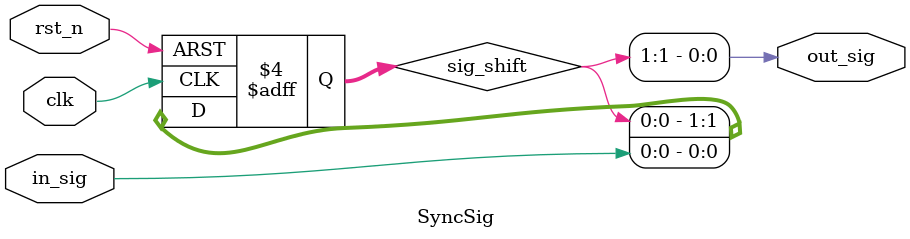
<source format=v>
/*
Vendor C2Comm
Version 1.0
Filename  SyncSig.v
Target Device All
Dscription 
    1)简单的单bit信号同步器
    2)支持参数化进行级联
    3)注意和相应平台的约束tcl脚本搭配使用
    4)支持简单/严格同步模式
        简单模式就是简单的2级及以上寄存器打拍数
        严格同步模式则是必须保证同步寄存器bit一致才能改变输出
    
Data_Struct:

Caution:
    1)
Author : lxj
Revision List:
	rn2:	date:	modifier:	description:
	rn2:	date:	modifier:	description:
*/
module SyncSig #(
    parameter SYNC_REGS = 2,
              POLAR     = 0,
              STRICT    = 0
)(
	input  wire clk    ,
	input  wire rst_n  ,
	input  wire in_sig ,
	output reg  out_sig
);
/************************************************************************
                                中间变量声明区域
*************************************************************************/
//本模块中所有中间变量(wire/reg/parameter)在此集中声明
reg [SYNC_REGS-1:0] sig_shift;

localparam  INIT_VAL = (POLAR > 0) ? 1'b1 : 1'b0;
/************************************************************************
                                同步级联
*************************************************************************/
always @(posedge clk or negedge rst_n) begin
	if(rst_n == 1'b0) begin
		sig_shift <= {SYNC_REGS{INIT_VAL}};
	end
	else begin//Sync signal
		sig_shift <= {sig_shift[SYNC_REGS-2:0],in_sig};
  end
end

generate 
    if(STRICT == 0)
        always @(*) out_sig = sig_shift[SYNC_REGS-1];
    else
        always @(posedge clk or negedge rst_n) begin
            if(rst_n == 1'b0)begin
                out_sig <= INIT_VAL;
            end
            else begin
                if     ((|sig_shift) == 1'b0) out_sig <= 1'b0;
                else if((&sig_shift) == 1'b1) out_sig <= 1'b1;
                else                          out_sig <= out_sig;
            end
        end
endgenerate

endmodule
/*
SyncSig #(
    .SYNC_REGS(SYNC_REGS),
    .POLAR    (POLAR),
    .STRICT   (STRICT)
)SyncSig_Inst(
    .clk    (),
    .rst_n  (),
    .in_sig (),
    .out_sig()
);
*/
</source>
